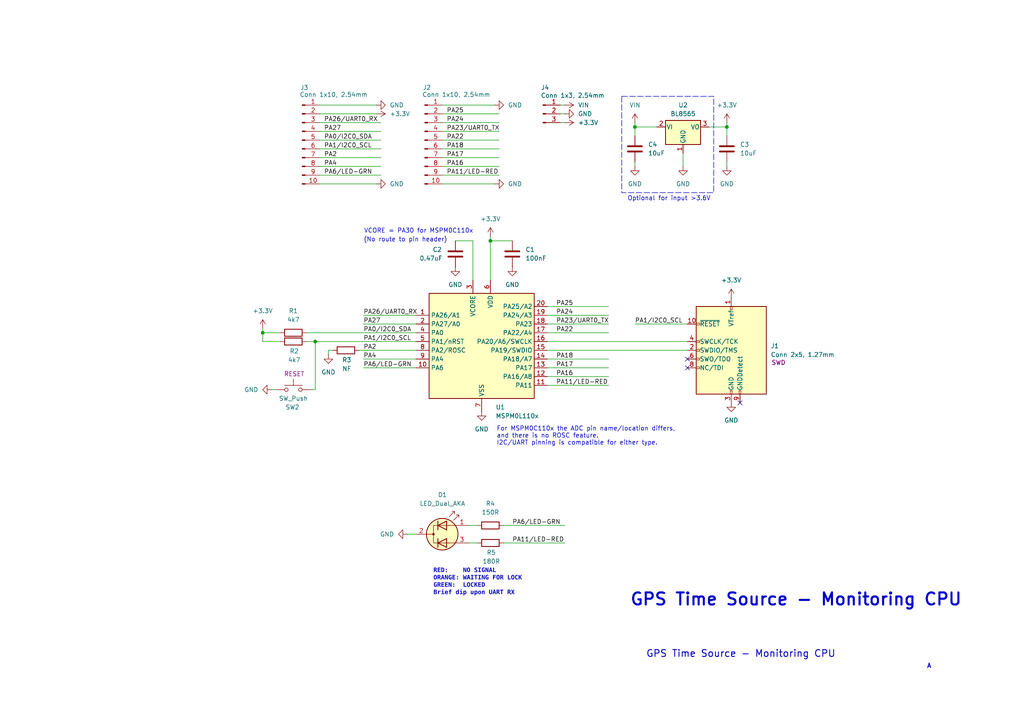
<source format=kicad_sch>
(kicad_sch (version 20231120) (generator "eeschema") (generator_version "8.0")
  (paper "A4")
  (lib_symbols
    (symbol "Connector:Conn_01x03_Pin" (pin_names (offset 1.016) hide)
      (property "Reference" "J" (at 0 5.08 0))
      (property "Value" "Conn_01x03_Pin" (at 0 -5.08 0))
      (symbol "Conn_01x03_Pin_1_1"
        (polyline (pts (xy 1.27 -2.54) (xy 0.8636 -2.54)) (stroke (width 0.1524)))
        (polyline (pts (xy 1.27 0) (xy 0.8636 0)) (stroke (width 0.1524)))
        (polyline (pts (xy 1.27 2.54) (xy 0.8636 2.54)) (stroke (width 0.1524)))
        (rectangle (start 0.8636 -2.413) (end 0 -2.667) (stroke (width 0.1524)) (fill (type outline)))
        (rectangle (start 0.8636 0.127) (end 0 -0.127) (stroke (width 0.1524)) (fill (type outline)))
        (rectangle (start 0.8636 2.667) (end 0 2.413) (stroke (width 0.1524)) (fill (type outline)))
        (pin passive line (at 5.08 2.54 180) (length 3.81) (name "Pin_1") (number "1"))
        (pin passive line (at 5.08 0 180) (length 3.81) (name "Pin_2") (number "2"))
        (pin passive line (at 5.08 -2.54 180) (length 3.81) (name "Pin_3") (number "3"))
      )
    )
    (symbol "Connector:Conn_01x10_Pin" (pin_names (offset 1.016) hide)
      (property "Reference" "J" (at 0 12.7 0))
      (property "Value" "Conn_01x10_Pin" (at 0 -15.24 0))
      (symbol "Conn_01x10_Pin_1_1"
        (polyline (pts (xy 1.27 -12.7) (xy 0.8636 -12.7)) (stroke (width 0.1524)))
        (polyline (pts (xy 1.27 -10.16) (xy 0.8636 -10.16)) (stroke (width 0.1524)))
        (polyline (pts (xy 1.27 -7.62) (xy 0.8636 -7.62)) (stroke (width 0.1524)))
        (polyline (pts (xy 1.27 -5.08) (xy 0.8636 -5.08)) (stroke (width 0.1524)))
        (polyline (pts (xy 1.27 -2.54) (xy 0.8636 -2.54)) (stroke (width 0.1524)))
        (polyline (pts (xy 1.27 0) (xy 0.8636 0)) (stroke (width 0.1524)))
        (polyline (pts (xy 1.27 2.54) (xy 0.8636 2.54)) (stroke (width 0.1524)))
        (polyline (pts (xy 1.27 5.08) (xy 0.8636 5.08)) (stroke (width 0.1524)))
        (polyline (pts (xy 1.27 7.62) (xy 0.8636 7.62)) (stroke (width 0.1524)))
        (polyline (pts (xy 1.27 10.16) (xy 0.8636 10.16)) (stroke (width 0.1524)))
        (rectangle (start 0.8636 -12.573) (end 0 -12.827) (stroke (width 0.1524)) (fill (type outline)))
        (rectangle (start 0.8636 -10.033) (end 0 -10.287) (stroke (width 0.1524)) (fill (type outline)))
        (rectangle (start 0.8636 -7.493) (end 0 -7.747) (stroke (width 0.1524)) (fill (type outline)))
        (rectangle (start 0.8636 -4.953) (end 0 -5.207) (stroke (width 0.1524)) (fill (type outline)))
        (rectangle (start 0.8636 -2.413) (end 0 -2.667) (stroke (width 0.1524)) (fill (type outline)))
        (rectangle (start 0.8636 0.127) (end 0 -0.127) (stroke (width 0.1524)) (fill (type outline)))
        (rectangle (start 0.8636 2.667) (end 0 2.413) (stroke (width 0.1524)) (fill (type outline)))
        (rectangle (start 0.8636 5.207) (end 0 4.953) (stroke (width 0.1524)) (fill (type outline)))
        (rectangle (start 0.8636 7.747) (end 0 7.493) (stroke (width 0.1524)) (fill (type outline)))
        (rectangle (start 0.8636 10.287) (end 0 10.033) (stroke (width 0.1524)) (fill (type outline)))
        (pin passive line (at 5.08 10.16 180) (length 3.81) (name "Pin_1") (number "1"))
        (pin passive line (at 5.08 -12.7 180) (length 3.81) (name "Pin_10") (number "10"))
        (pin passive line (at 5.08 7.62 180) (length 3.81) (name "Pin_2") (number "2"))
        (pin passive line (at 5.08 5.08 180) (length 3.81) (name "Pin_3") (number "3"))
        (pin passive line (at 5.08 2.54 180) (length 3.81) (name "Pin_4") (number "4"))
        (pin passive line (at 5.08 0 180) (length 3.81) (name "Pin_5") (number "5"))
        (pin passive line (at 5.08 -2.54 180) (length 3.81) (name "Pin_6") (number "6"))
        (pin passive line (at 5.08 -5.08 180) (length 3.81) (name "Pin_7") (number "7"))
        (pin passive line (at 5.08 -7.62 180) (length 3.81) (name "Pin_8") (number "8"))
        (pin passive line (at 5.08 -10.16 180) (length 3.81) (name "Pin_9") (number "9"))
      )
    )
    (symbol "Connector:Conn_ARM_JTAG_SWD_10" (pin_names (offset 1.016))
      (property "Reference" "J" (at -2.54 16.51 0))
      (property "Value" "Conn_ARM_JTAG_SWD_10" (at -2.54 13.97 0))
      (symbol "Conn_ARM_JTAG_SWD_10_0_1"
        (rectangle (start -10.16 12.7) (end 10.16 -12.7) (stroke (width 0.254)) (fill (type background)))
        (rectangle (start -2.794 -12.7) (end -2.286 -11.684))
        (rectangle (start -0.254 -12.7) (end 0.254 -11.684))
        (rectangle (start -0.254 12.7) (end 0.254 11.684))
        (rectangle (start 9.144 2.286) (end 10.16 2.794))
        (rectangle (start 10.16 -2.794) (end 9.144 -2.286))
        (rectangle (start 10.16 -0.254) (end 9.144 0.254))
        (rectangle (start 10.16 7.874) (end 9.144 7.366))
      )
      (symbol "Conn_ARM_JTAG_SWD_10_1_1"
        (rectangle (start 9.144 -5.334) (end 10.16 -4.826))
        (pin power_in line (at 0 15.24 270) (length 2.54) (name "VTref") (number "1"))
        (pin open_collector line (at 12.7 7.62 180) (length 2.54) (name "~{RESET}") (number "10"))
        (pin bidirectional line (at 12.7 0 180) (length 2.54) (name "SWDIO/TMS") (number "2"))
        (pin power_in line (at 0 -15.24 90) (length 2.54) (name "GND") (number "3"))
        (pin output line (at 12.7 2.54 180) (length 2.54) (name "SWCLK/TCK") (number "4"))
        (pin passive line (at 0 -15.24 90) (length 2.54) hide (name "GND") (number "5"))
        (pin input line (at 12.7 -2.54 180) (length 2.54) (name "SWO/TDO") (number "6"))
        (pin no_connect line (at -10.16 0 0) (length 2.54) hide (name "KEY") (number "7"))
        (pin output line (at 12.7 -5.08 180) (length 2.54) (name "NC/TDI") (number "8"))
        (pin passive line (at -2.54 -15.24 90) (length 2.54) (name "GNDDetect") (number "9"))
      )
    )
    (symbol "Device:C" (pin_numbers hide) (pin_names (offset 0.254))
      (property "Reference" "C" (at 0.635 2.54 0))
      (property "Value" "C" (at 0.635 -2.54 0))
      (symbol "C_0_1"
        (polyline (pts (xy -2.032 -0.762) (xy 2.032 -0.762)) (stroke (width 0.508)))
        (polyline (pts (xy -2.032 0.762) (xy 2.032 0.762)) (stroke (width 0.508)))
      )
      (symbol "C_1_1"
        (pin passive line (at 0 3.81 270) (length 2.794) (name "~") (number "1"))
        (pin passive line (at 0 -3.81 90) (length 2.794) (name "~") (number "2"))
      )
    )
    (symbol "Device:LED_Dual_AKA" (pin_names (offset 0) hide)
      (property "Reference" "D" (at 0 5.715 0))
      (property "Value" "LED_Dual_AKA" (at 0 -6.35 0))
      (symbol "LED_Dual_AKA_0_1"
        (circle (center -2.54 0) (radius 0.2794) (fill (type outline)))
        (polyline (pts (xy -4.572 0) (xy -2.54 0)))
        (polyline (pts (xy -1.27 -1.27) (xy -1.27 -3.81)) (stroke (width 0.254)))
        (polyline (pts (xy -1.27 1.27) (xy -1.27 3.81)) (stroke (width 0.254)))
        (polyline (pts (xy 3.81 -2.54) (xy 1.905 -2.54)))
        (polyline (pts (xy 3.81 2.54) (xy 1.905 2.54)))
        (polyline (pts (xy 1.27 -3.81) (xy 1.27 -1.27) (xy -1.27 -2.54) (xy 1.27 -3.81)) (stroke (width 0.254)))
        (polyline (pts (xy 1.27 1.27) (xy 1.27 3.81) (xy -1.27 2.54) (xy 1.27 1.27)) (stroke (width 0.254)))
        (polyline (pts (xy 2.032 2.54) (xy -2.54 2.54) (xy -2.54 -2.54) (xy 2.032 -2.54)))
        (polyline (pts (xy 2.032 5.08) (xy 3.556 6.604) (xy 2.794 6.604) (xy 3.556 6.604) (xy 3.556 5.842)))
        (polyline (pts (xy 3.302 4.064) (xy 4.826 5.588) (xy 4.064 5.588) (xy 4.826 5.588) (xy 4.826 4.826)))
        (circle (center 0 0) (radius 4.572) (stroke (width 0.254)) (fill (type background)))
      )
      (symbol "LED_Dual_AKA_1_1"
        (pin input line (at 7.62 2.54 180) (length 3.81) (name "A1") (number "1"))
        (pin input line (at -7.62 0 0) (length 3.048) (name "K") (number "2"))
        (pin input line (at 7.62 -2.54 180) (length 3.81) (name "A2") (number "3"))
      )
    )
    (symbol "Device:R" (pin_numbers hide) (pin_names (offset 0))
      (property "Reference" "R" (at 2.032 0 90))
      (property "Value" "R" (at 0 0 90))
      (symbol "R_0_1"
        (rectangle (start -1.016 -2.54) (end 1.016 2.54) (stroke (width 0.254)))
      )
      (symbol "R_1_1"
        (pin passive line (at 0 3.81 270) (length 1.27) (name "~") (number "1"))
        (pin passive line (at 0 -3.81 90) (length 1.27) (name "~") (number "2"))
      )
    )
    (symbol "Regulator_Linear:AP2127R-3.3" (pin_names (offset 0.254))
      (property "Reference" "U" (at -3.81 3.175 0))
      (property "Value" "AP2127R-3.3" (at 0 3.175 0))
      (symbol "AP2127R-3.3_0_1"
        (rectangle (start -5.08 -5.08) (end 5.08 1.905) (stroke (width 0.254)) (fill (type background)))
      )
      (symbol "AP2127R-3.3_1_1"
        (pin power_in line (at 0 -7.62 90) (length 2.54) (name "GND") (number "1"))
        (pin power_in line (at -7.62 0 0) (length 2.54) (name "VI") (number "2"))
        (pin power_out line (at 7.62 0 180) (length 2.54) (name "VO") (number "3"))
      )
    )
    (symbol "Switch:SW_Push" (pin_numbers hide) (pin_names (offset 1.016) hide)
      (property "Reference" "SW" (at 1.27 2.54 0))
      (property "Value" "SW_Push" (at 0 -1.524 0))
      (symbol "SW_Push_0_1"
        (circle (center -2.032 0) (radius 0.508))
        (polyline (pts (xy 0 1.27) (xy 0 3.048)))
        (polyline (pts (xy 2.54 1.27) (xy -2.54 1.27)))
        (circle (center 2.032 0) (radius 0.508))
        (pin passive line (at -5.08 0 0) (length 2.54) (name "1") (number "1"))
        (pin passive line (at 5.08 0 180) (length 2.54) (name "2") (number "2"))
      )
    )
    (symbol "Ti_MSPM0:MSPM0C1105"
      (property "Reference" "U" (at 5.842 18.796 0))
      (property "Value" "MSPM0C1105" (at 11.43 16.764 0))
      (symbol "MSPM0C1105_0_1"
        (rectangle (start -15.24 15.24) (end 15.24 -15.24) (stroke (width 0.254)) (fill (type background)))
      )
      (symbol "MSPM0C1105_1_1"
        (pin bidirectional line (at -19.05 8.89 0) (length 3.81) (name "PA26/A1") (number "1"))
        (pin bidirectional line (at -19.05 -6.35 0) (length 3.81) (name "PA6") (number "10"))
        (pin bidirectional line (at 19.05 -11.43 180) (length 3.81) (name "PA11") (number "11"))
        (pin bidirectional line (at 19.05 -8.89 180) (length 3.81) (name "PA16/A8") (number "12"))
        (pin bidirectional line (at 19.05 -6.35 180) (length 3.81) (name "PA17") (number "13"))
        (pin bidirectional line (at 19.05 -3.81 180) (length 3.81) (name "PA18/A7") (number "14"))
        (pin bidirectional line (at 19.05 -1.27 180) (length 3.81) (name "PA19/SWDIO") (number "15"))
        (pin bidirectional line (at 19.05 1.27 180) (length 3.81) (name "PA20/A6/SWCLK") (number "16"))
        (pin bidirectional line (at 19.05 3.81 180) (length 3.81) (name "PA22/A4") (number "17"))
        (pin bidirectional line (at 19.05 6.35 180) (length 3.81) (name "PA23") (number "18"))
        (pin bidirectional line (at 19.05 8.89 180) (length 3.81) (name "PA24/A3") (number "19"))
        (pin bidirectional line (at -19.05 6.35 0) (length 3.81) (name "PA27/A0") (number "2"))
        (pin bidirectional line (at 19.05 11.43 180) (length 3.81) (name "PA25/A2") (number "20"))
        (pin power_in line (at -2.54 19.05 270) (length 3.81) (name "VCORE") (number "3"))
        (pin open_collector line (at -19.05 3.81 0) (length 3.81) (name "PA0") (number "4"))
        (pin open_collector line (at -19.05 1.27 0) (length 3.81) (name "PA1/nRST") (number "5"))
        (pin power_in line (at 2.54 19.05 270) (length 3.81) (name "VDD") (number "6"))
        (pin power_in line (at 0 -19.05 90) (length 3.81) (name "VSS") (number "7"))
        (pin bidirectional line (at -19.05 -1.27 0) (length 3.81) (name "PA2/ROSC") (number "8"))
        (pin bidirectional line (at -19.05 -3.81 0) (length 3.81) (name "PA4") (number "9"))
      )
    )
    (symbol "power:+3.3V" (power) (pin_numbers hide) (pin_names (offset 0) hide)
      (property "Value" "+3.3V" (at 0 3.556 0))
      (symbol "+3.3V_0_1"
        (polyline (pts (xy -0.762 1.27) (xy 0 2.54)))
        (polyline (pts (xy 0 0) (xy 0 2.54)))
        (polyline (pts (xy 0 2.54) (xy 0.762 1.27)))
      )
      (symbol "+3.3V_1_1"
        (pin power_in line (at 0 0 90) (length 0) (name "~") (number "1"))
      )
    )
    (symbol "power:GND" (power) (pin_numbers hide) (pin_names (offset 0) hide)
      (property "Value" "GND" (at 0 -3.81 0))
      (symbol "GND_0_1"
        (polyline (pts (xy 0 0) (xy 0 -1.27) (xy 1.27 -1.27) (xy 0 -2.54) (xy -1.27 -1.27) (xy 0 -1.27)))
      )
      (symbol "GND_1_1"
        (pin power_in line (at 0 0 270) (length 0) (name "~") (number "1"))
      )
    )
  )
  (junction (at 91.44 99.06))
  (junction (at 184.15 36.83))
  (junction (at 142.24 69.85))
  (junction (at 210.82 36.83))
  (junction (at 76.2 96.52))
  (no_connect (at 214.63 116.84))
  (no_connect (at 199.39 106.68))
  (no_connect (at 199.39 104.14))
  (wire (pts (xy 92.71 33.02) (xy 109.22 33.02)))
  (wire (pts (xy 105.41 91.44) (xy 120.65 91.44)))
  (wire (pts (xy 142.24 68.58) (xy 142.24 69.85)))
  (wire (pts (xy 162.56 35.56) (xy 163.83 35.56)))
  (wire (pts (xy 135.89 157.48) (xy 138.43 157.48)))
  (wire (pts (xy 210.82 46.99) (xy 210.82 48.26)))
  (wire (pts (xy 88.9 96.52) (xy 120.65 96.52)))
  (wire (pts (xy 92.71 30.48) (xy 109.22 30.48)))
  (wire (pts (xy 118.11 154.94) (xy 120.65 154.94)))
  (wire (pts (xy 128.27 33.02) (xy 144.78 33.02)))
  (wire (pts (xy 92.71 45.72) (xy 110.49 45.72)))
  (wire (pts (xy 158.75 99.06) (xy 199.39 99.06)))
  (wire (pts (xy 205.74 36.83) (xy 210.82 36.83)))
  (wire (pts (xy 184.15 46.99) (xy 184.15 48.26)))
  (wire (pts (xy 128.27 53.34) (xy 143.51 53.34)))
  (wire (pts (xy 184.15 35.56) (xy 184.15 36.83)))
  (wire (pts (xy 92.71 43.18) (xy 110.49 43.18)))
  (wire (pts (xy 92.71 40.64) (xy 110.49 40.64)))
  (wire (pts (xy 76.2 99.06) (xy 81.28 99.06)))
  (wire (pts (xy 128.27 48.26) (xy 144.78 48.26)))
  (wire (pts (xy 105.41 104.14) (xy 120.65 104.14)))
  (wire (pts (xy 198.12 48.26) (xy 198.12 44.45)))
  (wire (pts (xy 78.74 113.03) (xy 80.01 113.03)))
  (wire (pts (xy 76.2 95.25) (xy 76.2 96.52)))
  (wire (pts (xy 92.71 50.8) (xy 110.49 50.8)))
  (wire (pts (xy 128.27 45.72) (xy 144.78 45.72)))
  (wire (pts (xy 91.44 99.06) (xy 91.44 113.03)))
  (wire (pts (xy 210.82 35.56) (xy 210.82 36.83)))
  (wire (pts (xy 76.2 96.52) (xy 76.2 99.06)))
  (wire (pts (xy 158.75 91.44) (xy 176.53 91.44)))
  (wire (pts (xy 91.44 99.06) (xy 120.65 99.06)))
  (wire (pts (xy 158.75 104.14) (xy 176.53 104.14)))
  (wire (pts (xy 104.14 101.6) (xy 120.65 101.6)))
  (wire (pts (xy 142.24 69.85) (xy 148.59 69.85)))
  (wire (pts (xy 105.41 106.68) (xy 120.65 106.68)))
  (wire (pts (xy 184.15 36.83) (xy 190.5 36.83)))
  (wire (pts (xy 142.24 69.85) (xy 142.24 81.28)))
  (wire (pts (xy 92.71 35.56) (xy 110.49 35.56)))
  (wire (pts (xy 92.71 53.34) (xy 109.22 53.34)))
  (wire (pts (xy 88.9 99.06) (xy 91.44 99.06)))
  (wire (pts (xy 128.27 38.1) (xy 144.78 38.1)))
  (wire (pts (xy 76.2 96.52) (xy 81.28 96.52)))
  (wire (pts (xy 90.17 113.03) (xy 91.44 113.03)))
  (wire (pts (xy 158.75 101.6) (xy 199.39 101.6)))
  (wire (pts (xy 146.05 152.4) (xy 163.83 152.4)))
  (wire (pts (xy 137.16 69.85) (xy 137.16 81.28)))
  (wire (pts (xy 184.15 36.83) (xy 184.15 39.37)))
  (wire (pts (xy 128.27 43.18) (xy 144.78 43.18)))
  (wire (pts (xy 158.75 96.52) (xy 176.53 96.52)))
  (wire (pts (xy 92.71 48.26) (xy 110.49 48.26)))
  (wire (pts (xy 146.05 157.48) (xy 163.83 157.48)))
  (wire (pts (xy 105.41 93.98) (xy 120.65 93.98)))
  (wire (pts (xy 158.75 109.22) (xy 176.53 109.22)))
  (wire (pts (xy 128.27 35.56) (xy 144.78 35.56)))
  (wire (pts (xy 158.75 88.9) (xy 176.53 88.9)))
  (wire (pts (xy 158.75 111.76) (xy 176.53 111.76)))
  (wire (pts (xy 95.25 101.6) (xy 96.52 101.6)))
  (wire (pts (xy 210.82 36.83) (xy 210.82 39.37)))
  (wire (pts (xy 158.75 106.68) (xy 176.53 106.68)))
  (wire (pts (xy 132.08 69.85) (xy 137.16 69.85)))
  (wire (pts (xy 184.15 93.98) (xy 199.39 93.98)))
  (wire (pts (xy 128.27 40.64) (xy 144.78 40.64)))
  (wire (pts (xy 135.89 152.4) (xy 138.43 152.4)))
  (wire (pts (xy 162.56 30.48) (xy 163.83 30.48)))
  (wire (pts (xy 95.25 102.87) (xy 95.25 101.6)))
  (wire (pts (xy 128.27 30.48) (xy 143.51 30.48)))
  (wire (pts (xy 128.27 50.8) (xy 144.78 50.8)))
  (wire (pts (xy 162.56 33.02) (xy 163.83 33.02)))
  (wire (pts (xy 92.71 38.1) (xy 110.49 38.1)))
  (wire (pts (xy 158.75 93.98) (xy 176.53 93.98)))
  (rectangle (start 180.34 27.94) (end 207.01 55.88) (stroke (width 0) (type dash)))
  (text "GPS Time Source - Monitoring CPU" (at 214.884 189.738 0) (effects (font (size 2 2) (thickness 0.25))))
  (text "Optional for input >3.6V" (at 194.056 57.658 0) (effects (font (size 1.27 1.27))))
  (text "GPS Time Source - Monitoring CPU" (at 230.886 173.99 0) (effects (font (size 3.5 3.5) (thickness 0.6) (bold yes))))
  (text "(No route to pin header)" (at 117.602 69.596 0) (effects (font (size 1.27 1.27))))
  (text "VCORE = PA30 for MSPM0C110x" (at 121.412 67.056 0) (effects (font (size 1.27 1.27))))
  (text "A" (at 269.494 193.294 0) (effects (font (size 1.27 1.27) (thickness 0.254) (bold yes))))
  (text "For MSPM0C110x the ADC pin name/location differs, \nand there is no ROSC feature.\nI2C/UART pinning is compatible for either type.\n" (at 144.018 126.492 0) (effects (font (size 1.27 1.27)) (justify left)))
  (text "RED:    NO SIGNAL\nORANGE: WAITING FOR LOCK\nGREEN:  LOCKED\nBrief dip upon UART RX" (at 125.73 169.164 0) (effects (font (size 1.27 1.27) (thickness 0.254) (bold yes)) (justify left)))
  (label "PA11{slash}LED-RED" (at 129.54 50.8 0))
  (label "PA23{slash}UART0_TX" (at 129.54 38.1 0))
  (label "PA18" (at 161.29 104.14 0))
  (label "PA24" (at 161.29 91.44 0))
  (label "PA16" (at 161.29 109.22 0))
  (label "PA1{slash}I2C0_SCL" (at 105.41 99.06 0))
  (label "PA11{slash}LED-RED" (at 161.29 111.76 0))
  (label "PA17" (at 129.54 45.72 0))
  (label "PA6{slash}LED-GRN" (at 93.98 50.8 0))
  (label "PA1{slash}I2C0_SCL" (at 184.15 93.98 0))
  (label "PA22" (at 129.54 40.64 0))
  (label "PA16" (at 129.54 48.26 0))
  (label "PA26{slash}UART0_RX" (at 93.98 35.56 0))
  (label "PA27" (at 105.41 93.98 0))
  (label "PA0{slash}I2C0_SDA" (at 93.98 40.64 0))
  (label "PA0{slash}I2C0_SDA" (at 105.41 96.52 0))
  (label "PA24" (at 129.54 35.56 0))
  (label "PA1{slash}I2C0_SCL" (at 93.98 43.18 0))
  (label "PA4" (at 93.98 48.26 0))
  (label "PA18" (at 129.54 43.18 0))
  (label "PA2" (at 105.41 101.6 0))
  (label "PA26{slash}UART0_RX" (at 105.41 91.44 0))
  (label "PA11{slash}LED-RED" (at 148.59 157.48 0))
  (label "PA25" (at 129.54 33.02 0))
  (label "PA23{slash}UART0_TX" (at 161.29 93.98 0))
  (label "PA6{slash}LED-GRN" (at 148.59 152.4 0))
  (label "PA4" (at 105.41 104.14 0))
  (label "PA2" (at 93.98 45.72 0))
  (label "PA22" (at 161.29 96.52 0))
  (label "PA27" (at 93.98 38.1 0))
  (label "PA17" (at 161.29 106.68 0))
  (label "PA6{slash}LED-GRN" (at 105.41 106.68 0))
  (label "PA25" (at 161.29 88.9 0))
  (symbol (lib_id "Connector:Conn_01x10_Pin") (at 87.63 40.64 0) (unit 1)
    (property "Reference" "J3" (at 88.265 25.4 0))
    (property "Value" "Conn 1x10, 2.54mm" (at 96.774 27.432 0))
    (property "Footprint" "Connector_PinHeader_2.54mm:PinHeader_1x10_P2.54mm_Vertical" (effects (hide yes)))
    (property "Description" "Generic connector, single row, 01x10, script generated" (effects (hide yes)))
  )
  (symbol (lib_id "power:GND") (at 163.83 33.02 90) (unit 1)
    (property "Reference" "#PWR019" (effects (hide yes)))
    (property "Value" "GND" (at 167.64 33.0199 90) (effects (justify right)))
    (property "Description" "Power symbol creates a global label with name \"GND\" , ground" (effects (hide yes)))
  )
  (symbol (lib_id "Device:LED_Dual_AKA") (at 128.27 154.94 0) (unit 1)
    (property "Reference" "D1" (at 128.3335 143.51 0))
    (property "Value" "LED_Dual_AKA" (at 128.3335 146.05 0))
    (property "Footprint" "LED_THT:LED_D3.0mm-3" (effects (hide yes)))
    (property "Description" "Dual LED, common cathode on pin 2" (effects (hide yes)))
  )
  (symbol (lib_id "power:GND") (at 132.08 77.47 0) (unit 1)
    (property "Reference" "#PWR04" (effects (hide yes)))
    (property "Value" "GND" (at 132.08 82.55 0))
    (property "Description" "Power symbol creates a global label with name \"GND\" , ground" (effects (hide yes)))
  )
  (symbol (lib_id "power:GND") (at 109.22 53.34 90) (unit 1)
    (property "Reference" "#PWR015" (effects (hide yes)))
    (property "Value" "GND" (at 113.03 53.3399 90) (effects (justify right)))
    (property "Description" "Power symbol creates a global label with name \"GND\" , ground" (effects (hide yes)))
  )
  (symbol (lib_id "Regulator_Linear:AP2127R-3.3") (at 198.12 36.83 0) (unit 1)
    (property "Reference" "U2" (at 198.12 30.48 0))
    (property "Value" "BL8565" (at 198.12 33.02 0))
    (property "Footprint" "Package_TO_SOT_SMD:SOT-223-3_TabPin2" (effects (hide yes)))
    (property "Description" "Low dropout linear regulator, 3.3V fixed positive output, SOT-89 package" (effects (hide yes)))
  )
  (symbol (lib_id "power:+3.3V") (at 109.22 33.02 270) (unit 1)
    (property "Reference" "#PWR013" (effects (hide yes)))
    (property "Value" "+3.3V" (at 113.03 33.0199 90) (effects (justify left)))
    (property "Description" "Power symbol creates a global label with name \"+3.3V\"" (effects (hide yes)))
  )
  (symbol (lib_id "Ti_MSPM0:MSPM0C1105") (at 139.7 100.33 0) (unit 1)
    (property "Reference" "U1" (at 143.764 118.11 0) (effects (justify left)))
    (property "Value" "MSPM0L110x" (at 143.764 120.65 0) (effects (justify left)))
    (property "Footprint" "Package_SO:TSSOP-20_4.4x5mm_P0.5mm" (effects (hide yes)))
    (property "Description" "MSPM0 ARM Microcontroller 32MHz" (effects (hide yes)))
  )
  (symbol (lib_id "power:GND") (at 109.22 30.48 90) (unit 1)
    (property "Reference" "#PWR014" (effects (hide yes)))
    (property "Value" "GND" (at 113.03 30.4799 90) (effects (justify right)))
    (property "Description" "Power symbol creates a global label with name \"GND\" , ground" (effects (hide yes)))
  )
  (symbol (lib_id "power:+3.3V") (at 212.09 86.36 0) (unit 1)
    (property "Reference" "#PWR08" (effects (hide yes)))
    (property "Value" "+3.3V" (at 212.09 81.28 0))
    (property "Description" "Power symbol creates a global label with name \"+3.3V\"" (effects (hide yes)))
  )
  (symbol (lib_id "Connector:Conn_ARM_JTAG_SWD_10") (at 212.09 101.6 0) (mirror y) (unit 1)
    (property "Reference" "J1" (at 223.52 100.3299 0) (effects (justify right)))
    (property "Value" "Conn 2x5, 1.27mm" (at 223.52 102.8699 0) (effects (justify right)))
    (property "Footprint" "Connector_PinHeader_1.27mm:PinHeader_2x05_P1.27mm_Vertical_SMD" (effects (hide yes)))
    (property "Datasheet" "http://infocenter.arm.com/help/topic/com.arm.doc.ddi0314h/DDI0314H_coresight_components_trm.pdf" (effects (hide yes)))
    (property "Description" "Cortex Debug Connector, standard ARM Cortex-M SWD and JTAG interface" (effects (hide yes)))
    (property "Function" "SWD" (at 225.806 105.156 0))
  )
  (symbol (lib_id "power:GND") (at 210.82 48.26 0) (unit 1)
    (property "Reference" "#PWR023" (effects (hide yes)))
    (property "Value" "GND" (at 210.82 53.34 0))
    (property "Description" "Power symbol creates a global label with name \"GND\" , ground" (effects (hide yes)))
  )
  (symbol (lib_id "Device:C") (at 184.15 43.18 0) (unit 1)
    (property "Reference" "C4" (at 187.96 41.9099 0) (effects (justify left)))
    (property "Value" "10uF" (at 187.96 44.4499 0) (effects (justify left)))
    (property "Footprint" "Capacitor_SMD:C_0805_2012Metric" (effects (hide yes)))
    (property "Description" "Unpolarized capacitor" (effects (hide yes)))
  )
  (symbol (lib_id "Device:C") (at 132.08 73.66 0) (unit 1)
    (property "Reference" "C2" (at 125.476 72.39 0) (effects (justify left)))
    (property "Value" "0.47uF" (at 121.666 74.93 0) (effects (justify left)))
    (property "Footprint" "Capacitor_SMD:C_0603_1608Metric" (effects (hide yes)))
    (property "Description" "Unpolarized capacitor" (effects (hide yes)))
  )
  (symbol (lib_id "Connector:Conn_01x03_Pin") (at 157.48 33.02 0) (unit 1)
    (property "Reference" "J4" (at 158.115 25.4 0))
    (property "Value" "Conn 1x3, 2.54mm" (at 166.116 27.686 0))
    (property "Footprint" "Connector_PinHeader_2.54mm:PinHeader_1x03_P2.54mm_Vertical" (effects (hide yes)))
    (property "Description" "Generic connector, single row, 01x03, script generated" (effects (hide yes)))
  )
  (symbol (lib_id "power:GND") (at 95.25 102.87 0) (unit 1)
    (property "Reference" "#PWR09" (effects (hide yes)))
    (property "Value" "GND" (at 95.25 107.95 0))
    (property "Description" "Power symbol creates a global label with name \"GND\" , ground" (effects (hide yes)))
  )
  (symbol (lib_id "power:GND") (at 139.7 119.38 0) (unit 1)
    (property "Reference" "#PWR02" (effects (hide yes)))
    (property "Value" "GND" (at 139.7 124.46 0))
    (property "Description" "Power symbol creates a global label with name \"GND\" , ground" (effects (hide yes)))
  )
  (symbol (lib_id "power:GND") (at 198.12 48.26 0) (unit 1)
    (property "Reference" "#PWR016" (effects (hide yes)))
    (property "Value" "GND" (at 198.12 53.34 0))
    (property "Description" "Power symbol creates a global label with name \"GND\" , ground" (effects (hide yes)))
  )
  (symbol (lib_id "power:GND") (at 184.15 48.26 0) (unit 1)
    (property "Reference" "#PWR011" (effects (hide yes)))
    (property "Value" "GND" (at 184.15 53.34 0))
    (property "Description" "Power symbol creates a global label with name \"GND\" , ground" (effects (hide yes)))
  )
  (symbol (lib_id "Connector:Conn_01x10_Pin") (at 123.19 40.64 0) (unit 1)
    (property "Reference" "J2" (at 123.825 25.4 0))
    (property "Value" "Conn 1x10, 2.54mm" (at 132.334 27.432 0))
    (property "Footprint" "Connector_PinHeader_2.54mm:PinHeader_1x10_P2.54mm_Vertical" (effects (hide yes)))
    (property "Description" "Generic connector, single row, 01x10, script generated" (effects (hide yes)))
  )
  (symbol (lib_id "power:GND") (at 143.51 53.34 90) (unit 1)
    (property "Reference" "#PWR017" (effects (hide yes)))
    (property "Value" "GND" (at 147.32 53.3399 90) (effects (justify right)))
    (property "Description" "Power symbol creates a global label with name \"GND\" , ground" (effects (hide yes)))
  )
  (symbol (lib_id "Device:R") (at 142.24 152.4 90) (unit 1)
    (property "Reference" "R4" (at 142.24 146.05 90))
    (property "Value" "150R" (at 142.24 148.59 90))
    (property "Footprint" "Resistor_SMD:R_0603_1608Metric" (effects (hide yes)))
    (property "Description" "Resistor" (effects (hide yes)))
  )
  (symbol (lib_id "power:+3.3V") (at 76.2 95.25 0) (unit 1)
    (property "Reference" "#PWR05" (effects (hide yes)))
    (property "Value" "+3.3V" (at 76.2 90.17 0))
    (property "Description" "Power symbol creates a global label with name \"+3.3V\"" (effects (hide yes)))
  )
  (symbol (lib_id "power:+3.3V") (at 163.83 30.48 270) (unit 1)
    (property "Reference" "#PWR022" (effects (hide yes)))
    (property "Value" "VIN" (at 167.64 30.4799 90) (effects (justify left)))
    (property "Description" "Power symbol creates a global label with name \"+3.3V\"" (effects (hide yes)))
  )
  (symbol (lib_id "Device:R") (at 85.09 99.06 90) (unit 1)
    (property "Reference" "R2" (at 85.344 101.854 90))
    (property "Value" "4k7" (at 85.344 104.394 90))
    (property "Footprint" "Resistor_SMD:R_0603_1608Metric" (effects (hide yes)))
    (property "Description" "Resistor" (effects (hide yes)))
  )
  (symbol (lib_id "Device:R") (at 142.24 157.48 90) (unit 1)
    (property "Reference" "R5" (at 142.494 160.274 90))
    (property "Value" "180R" (at 142.494 162.814 90))
    (property "Footprint" "Resistor_SMD:R_0603_1608Metric" (effects (hide yes)))
    (property "Description" "Resistor" (effects (hide yes)))
  )
  (symbol (lib_id "Switch:SW_Push") (at 85.09 113.03 0) (unit 1)
    (property "Reference" "SW2" (at 84.836 118.11 0))
    (property "Value" "SW_Push" (at 85.09 115.57 0))
    (property "Footprint" "Button_Switch_SMD:SW_Push_SPST_NO_Alps_SKRK" (effects (hide yes)))
    (property "Description" "RESET" (at 85.344 108.458 0))
  )
  (symbol (lib_id "Device:C") (at 210.82 43.18 0) (unit 1)
    (property "Reference" "C3" (at 214.63 41.9099 0) (effects (justify left)))
    (property "Value" "10uF" (at 214.63 44.4499 0) (effects (justify left)))
    (property "Footprint" "Capacitor_SMD:C_0805_2012Metric" (effects (hide yes)))
    (property "Description" "Unpolarized capacitor" (effects (hide yes)))
  )
  (symbol (lib_id "power:+3.3V") (at 142.24 68.58 0) (unit 1)
    (property "Reference" "#PWR01" (effects (hide yes)))
    (property "Value" "+3.3V" (at 142.24 63.5 0))
    (property "Description" "Power symbol creates a global label with name \"+3.3V\"" (effects (hide yes)))
  )
  (symbol (lib_id "Device:R") (at 85.09 96.52 90) (unit 1)
    (property "Reference" "R1" (at 85.09 90.17 90))
    (property "Value" "4k7" (at 85.09 92.71 90))
    (property "Footprint" "Resistor_SMD:R_0603_1608Metric" (effects (hide yes)))
    (property "Description" "Resistor" (effects (hide yes)))
  )
  (symbol (lib_id "power:+3.3V") (at 163.83 35.56 270) (unit 1)
    (property "Reference" "#PWR020" (effects (hide yes)))
    (property "Value" "+3.3V" (at 167.64 35.5599 90) (effects (justify left)))
    (property "Description" "Power symbol creates a global label with name \"+3.3V\"" (effects (hide yes)))
  )
  (symbol (lib_id "power:GND") (at 148.59 77.47 0) (unit 1)
    (property "Reference" "#PWR03" (effects (hide yes)))
    (property "Value" "GND" (at 148.59 82.55 0))
    (property "Description" "Power symbol creates a global label with name \"GND\" , ground" (effects (hide yes)))
  )
  (symbol (lib_id "power:GND") (at 212.09 116.84 0) (unit 1)
    (property "Reference" "#PWR07" (effects (hide yes)))
    (property "Value" "GND" (at 212.09 121.92 0))
    (property "Description" "Power symbol creates a global label with name \"GND\" , ground" (effects (hide yes)))
  )
  (symbol (lib_id "Device:R") (at 100.33 101.6 90) (unit 1)
    (property "Reference" "R3" (at 100.584 104.394 90))
    (property "Value" "NF" (at 100.584 106.934 90))
    (property "Footprint" "Resistor_SMD:R_0603_1608Metric" (effects (hide yes)))
    (property "Description" "Resistor" (effects (hide yes)))
  )
  (symbol (lib_id "power:GND") (at 78.74 113.03 270) (unit 1)
    (property "Reference" "#PWR06" (effects (hide yes)))
    (property "Value" "GND" (at 74.93 113.0299 90) (effects (justify right)))
    (property "Description" "Power symbol creates a global label with name \"GND\" , ground" (effects (hide yes)))
  )
  (symbol (lib_id "power:+3.3V") (at 210.82 35.56 0) (unit 1)
    (property "Reference" "#PWR010" (effects (hide yes)))
    (property "Value" "+3.3V" (at 210.82 30.48 0))
    (property "Description" "Power symbol creates a global label with name \"+3.3V\"" (effects (hide yes)))
  )
  (symbol (lib_id "power:GND") (at 143.51 30.48 90) (unit 1)
    (property "Reference" "#PWR018" (effects (hide yes)))
    (property "Value" "GND" (at 147.32 30.4799 90) (effects (justify right)))
    (property "Description" "Power symbol creates a global label with name \"GND\" , ground" (effects (hide yes)))
  )
  (symbol (lib_id "power:+3.3V") (at 184.15 35.56 0) (unit 1)
    (property "Reference" "#PWR021" (effects (hide yes)))
    (property "Value" "VIN" (at 184.15 30.48 0))
    (property "Description" "Power symbol creates a global label with name \"+3.3V\"" (effects (hide yes)))
  )
  (symbol (lib_id "Device:C") (at 148.59 73.66 0) (unit 1)
    (property "Reference" "C1" (at 152.4 72.3899 0) (effects (justify left)))
    (property "Value" "100nF" (at 152.4 74.9299 0) (effects (justify left)))
    (property "Footprint" "Capacitor_SMD:C_0603_1608Metric" (effects (hide yes)))
    (property "Description" "Unpolarized capacitor" (effects (hide yes)))
  )
  (symbol (lib_id "power:GND") (at 118.11 154.94 270) (unit 1)
    (property "Reference" "#PWR012" (effects (hide yes)))
    (property "Value" "GND" (at 114.3 154.9399 90) (effects (justify right)))
    (property "Description" "Power symbol creates a global label with name \"GND\" , ground" (effects (hide yes)))
  )
)
</source>
